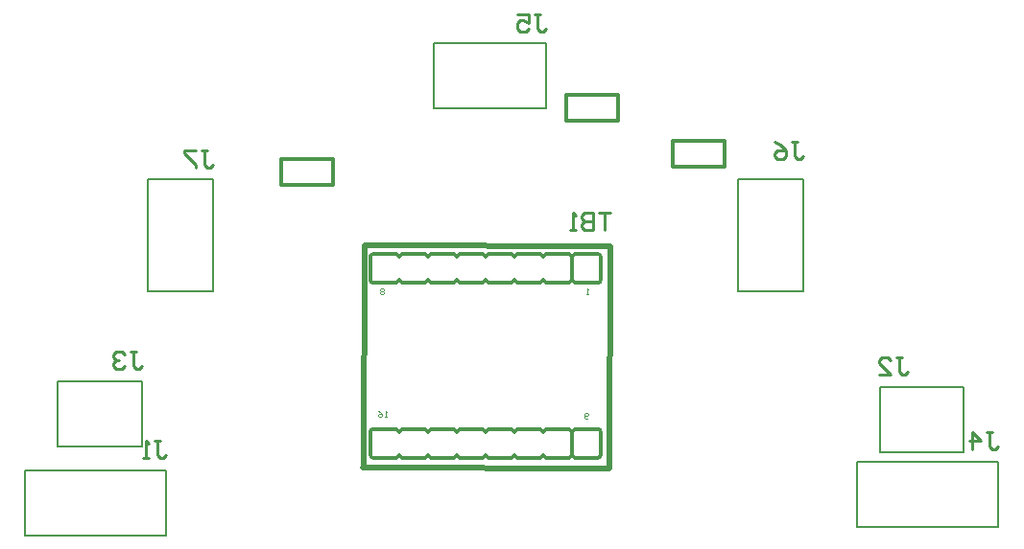
<source format=gbo>
G04*
G04 #@! TF.GenerationSoftware,Altium Limited,Altium Designer,23.6.0 (18)*
G04*
G04 Layer_Color=32896*
%FSLAX25Y25*%
%MOIN*%
G70*
G04*
G04 #@! TF.SameCoordinates,D5263B71-C0EA-4B60-9871-AA0EAEE7EF9D*
G04*
G04*
G04 #@! TF.FilePolarity,Positive*
G04*
G01*
G75*
%ADD10C,0.01181*%
%ADD13C,0.01968*%
%ADD14C,0.01000*%
%ADD16C,0.00500*%
%ADD17C,0.00394*%
D10*
X243446Y328712D02*
G03*
X242501Y327610I79J-1024D01*
G01*
X242501Y319736D02*
G03*
X243446Y318633I1024J-79D01*
G01*
X321556D02*
G03*
X322501Y319736I-79J1024D01*
G01*
X322501Y327610D02*
G03*
X321556Y328712I-1024J79D01*
G01*
X242500Y380563D02*
G03*
X243445Y379461I1024J-79D01*
G01*
Y389539D02*
G03*
X242500Y388437I79J-1024D01*
G01*
X322500D02*
G03*
X321555Y389539I-1024J79D01*
G01*
Y379461D02*
G03*
X322500Y380563I-79J1024D01*
G01*
X261501Y328673D02*
X262501Y327673D01*
X263501Y328673D01*
X271501D02*
X272501Y327673D01*
X251501Y328673D02*
X252501Y327673D01*
X253501Y328673D01*
X303501Y318633D02*
Y318673D01*
X313540Y318633D02*
X321556D01*
X313501D02*
Y318673D01*
X313540Y318633D01*
X303501D02*
X311501D01*
X301501Y328673D02*
X302501Y327673D01*
X303501Y328673D01*
X262501Y319673D02*
X263501Y318673D01*
X242501Y319736D02*
Y327610D01*
X281501Y328673D02*
X282501Y327673D01*
X283501Y328673D01*
X291501D02*
X292501Y327673D01*
X293501Y328673D01*
X272501Y327673D02*
X273501Y328673D01*
X261501Y318673D02*
X262501Y319673D01*
X263501Y318633D02*
Y318673D01*
Y318633D02*
X271501D01*
X273501Y318673D02*
X273540Y318633D01*
X271501D02*
X272501Y319633D01*
Y319673D01*
X273501Y318673D01*
Y318633D02*
Y318673D01*
X243501Y318633D02*
X251501D01*
X253501Y318673D02*
X253540Y318633D01*
X261556D01*
X251501D02*
X252501Y319633D01*
Y319673D01*
X253501Y318673D01*
Y318633D02*
Y318673D01*
X302501Y319673D02*
X303501Y318673D01*
X283501Y318633D02*
X291501D01*
X301501Y318673D02*
X302501Y319673D01*
X281501Y318673D02*
X282501Y319673D01*
X283501Y318673D01*
Y318633D02*
Y318673D01*
X293501D02*
X293540Y318633D01*
X301556D01*
X291501D02*
X292501Y319633D01*
Y319673D01*
X293501Y318673D01*
Y318633D02*
Y318673D01*
X273540Y318633D02*
X281556D01*
X322501Y319736D02*
Y327610D01*
X312501Y319633D02*
Y327673D01*
X313501Y328673D01*
X311501D02*
X312501Y327673D01*
Y319673D02*
X313501Y318673D01*
X312501Y319633D02*
Y319673D01*
X311501Y318633D02*
X312501Y319633D01*
X253501Y328712D02*
X261556D01*
X243501D02*
X251501D01*
X273501D02*
X281556D01*
X263501D02*
X271501D01*
X263501Y328673D02*
Y328712D01*
X293501D02*
X301556D01*
X283501D02*
X291501D01*
X283501Y328673D02*
Y328712D01*
X303501Y328673D02*
Y328712D01*
X311501D01*
X313501D02*
X321556D01*
X242500Y380563D02*
Y388437D01*
X253500Y379461D02*
Y379500D01*
X252500Y380500D02*
X253500Y379500D01*
X252500Y380461D02*
Y380500D01*
X251500Y379461D02*
X252500Y380461D01*
X253539Y379461D02*
X261555D01*
X253500Y379500D02*
X253539Y379461D01*
X243500D02*
X251500D01*
X273500D02*
Y379500D01*
X272500Y380500D02*
X273500Y379500D01*
X272500Y380461D02*
Y380500D01*
X271500Y379461D02*
X272500Y380461D01*
X273539Y379461D02*
X281555D01*
X273500Y379500D02*
X273539Y379461D01*
X263500D02*
X271500D01*
X263500D02*
Y379500D01*
X262500Y380500D02*
X263500Y379500D01*
X261500D02*
X262500Y380500D01*
X293500Y379461D02*
Y379500D01*
X292500Y380500D02*
X293500Y379500D01*
X292500Y380461D02*
Y380500D01*
X291500Y379461D02*
X292500Y380461D01*
X293539Y379461D02*
X301555D01*
X293500Y379500D02*
X293539Y379461D01*
X283500D02*
X291500D01*
X283500D02*
Y379500D01*
X282500Y380500D02*
X283500Y379500D01*
X281500D02*
X282500Y380500D01*
X252500Y388500D02*
X253500Y389500D01*
X251500D02*
X252500Y388500D01*
X253500Y389539D02*
X261555D01*
X243500D02*
X251500D01*
X272500Y388500D02*
X273500Y389500D01*
X271500D02*
X272500Y388500D01*
X273500Y389539D02*
X281555D01*
X262500Y388500D02*
X263500Y389500D01*
X261500D02*
X262500Y388500D01*
X263500Y389539D02*
X271500D01*
X263500Y389500D02*
Y389539D01*
X292500Y388500D02*
X293500Y389500D01*
X291500D02*
X292500Y388500D01*
X293500Y389539D02*
X301555D01*
X282500Y388500D02*
X283500Y389500D01*
X281500D02*
X282500Y388500D01*
X283500Y389539D02*
X291500D01*
X283500Y389500D02*
Y389539D01*
X301500Y379500D02*
X302500Y380500D01*
X303500Y379500D01*
Y379461D02*
Y379500D01*
Y379461D02*
X311500D01*
X313500Y379500D02*
X313539Y379461D01*
X321555D01*
X303500Y389500D02*
Y389539D01*
X311500D01*
X301500Y389500D02*
X302500Y388500D01*
X303500Y389500D01*
X313500Y389539D02*
X321555D01*
X311500Y379461D02*
X312500Y380461D01*
Y380500D01*
X313500Y379500D01*
Y379461D02*
Y379500D01*
X311500Y389500D02*
X312500Y388500D01*
X313500Y389500D01*
X322500Y380563D02*
Y388437D01*
X312500Y380461D02*
Y388500D01*
X328476Y436012D02*
Y445028D01*
X310563Y436012D02*
X328476D01*
X310563Y445028D02*
X328476D01*
X310563Y436012D02*
Y445028D01*
X347524Y419972D02*
Y428988D01*
X365437D01*
X347524Y419972D02*
X365437D01*
Y428988D01*
X229476Y413512D02*
Y422528D01*
X211563Y413512D02*
X229476D01*
X211563Y422528D02*
X229476D01*
X211563Y413512D02*
Y422528D01*
D13*
X240518Y392544D02*
X325808Y392109D01*
X239982Y315190D02*
X325156Y314756D01*
X325413Y314815D02*
X325808Y392109D01*
X240124Y315307D02*
X240518Y392544D01*
D14*
X425301Y353398D02*
X427301D01*
X426301D01*
Y348400D01*
X427301Y347400D01*
X428300D01*
X429300Y348400D01*
X419303Y347400D02*
X423302D01*
X419303Y351399D01*
Y352398D01*
X420303Y353398D01*
X422302D01*
X423302Y352398D01*
X325800Y403898D02*
X321801D01*
X323801D01*
Y397900D01*
X319802Y403898D02*
Y397900D01*
X316803D01*
X315803Y398900D01*
Y399899D01*
X316803Y400899D01*
X319802D01*
X316803D01*
X315803Y401899D01*
Y402898D01*
X316803Y403898D01*
X319802D01*
X313804Y397900D02*
X311805D01*
X312804D01*
Y403898D01*
X313804Y402898D01*
X388901Y428398D02*
X390901D01*
X389901D01*
Y423400D01*
X390901Y422400D01*
X391900D01*
X392900Y423400D01*
X382903Y428398D02*
X384903Y427398D01*
X386902Y425399D01*
Y423400D01*
X385902Y422400D01*
X383903D01*
X382903Y423400D01*
Y424399D01*
X383903Y425399D01*
X386902D01*
X456501Y327398D02*
X458501D01*
X457501D01*
Y322400D01*
X458501Y321400D01*
X459500D01*
X460500Y322400D01*
X451503Y321400D02*
Y327398D01*
X454502Y324399D01*
X450503D01*
X299601Y472898D02*
X301601D01*
X300601D01*
Y467900D01*
X301601Y466900D01*
X302600D01*
X303600Y467900D01*
X293603Y472898D02*
X297602D01*
Y469899D01*
X295603Y470899D01*
X294603D01*
X293603Y469899D01*
Y467900D01*
X294603Y466900D01*
X296602D01*
X297602Y467900D01*
X159101Y355398D02*
X161101D01*
X160101D01*
Y350400D01*
X161101Y349400D01*
X162100D01*
X163100Y350400D01*
X157102Y354398D02*
X156102Y355398D01*
X154103D01*
X153103Y354398D01*
Y353399D01*
X154103Y352399D01*
X155103D01*
X154103D01*
X153103Y351399D01*
Y350400D01*
X154103Y349400D01*
X156102D01*
X157102Y350400D01*
X167501Y324398D02*
X169501D01*
X168501D01*
Y319400D01*
X169501Y318400D01*
X170500D01*
X171500Y319400D01*
X165502Y318400D02*
X163503D01*
X164502D01*
Y324398D01*
X165502Y323398D01*
X183901Y425598D02*
X185901D01*
X184901D01*
Y420600D01*
X185901Y419600D01*
X186900D01*
X187900Y420600D01*
X181902Y425598D02*
X177903D01*
Y424598D01*
X181902Y420600D01*
Y419600D01*
D16*
X448567Y320681D02*
Y343319D01*
X419433D02*
X448567D01*
X419433Y320681D02*
Y343319D01*
Y320681D02*
X448567D01*
X133933Y322681D02*
X163067D01*
X133933D02*
Y345319D01*
X163067D01*
Y322681D02*
Y345319D01*
X165181Y376512D02*
Y415488D01*
Y376512D02*
X187819D01*
Y415488D01*
X165181D02*
X187819D01*
X303488Y440181D02*
Y462819D01*
X264512Y440181D02*
X303488D01*
X264512D02*
Y462819D01*
X303488D01*
X392819Y376512D02*
Y415488D01*
X370181D02*
X392819D01*
X370181Y376512D02*
Y415488D01*
Y376512D02*
X392819D01*
X122591Y291681D02*
Y314319D01*
X171409D01*
Y291681D02*
Y314319D01*
X122591Y291681D02*
X171409D01*
X411590Y294681D02*
X460409D01*
Y317319D01*
X411590D02*
X460409D01*
X411590Y294681D02*
Y317319D01*
D17*
X318327Y375445D02*
X317671D01*
X317999D01*
Y377413D01*
X318327Y377085D01*
X247067D02*
X246739Y377413D01*
X246083D01*
X245755Y377085D01*
Y376757D01*
X246083Y376429D01*
X245755Y376101D01*
Y375773D01*
X246083Y375445D01*
X246739D01*
X247067Y375773D01*
Y376101D01*
X246739Y376429D01*
X247067Y376757D01*
Y377085D01*
X246739Y376429D02*
X246083D01*
X318327Y332466D02*
X317999Y332138D01*
X317343D01*
X317015Y332466D01*
Y333778D01*
X317343Y334106D01*
X317999D01*
X318327Y333778D01*
Y333450D01*
X317999Y333122D01*
X317015D01*
X248248Y332925D02*
X247592D01*
X247920D01*
Y334893D01*
X248248Y334565D01*
X245296Y334893D02*
X245952Y334565D01*
X246608Y333909D01*
Y333253D01*
X246280Y332925D01*
X245624D01*
X245296Y333253D01*
Y333581D01*
X245624Y333909D01*
X246608D01*
M02*

</source>
